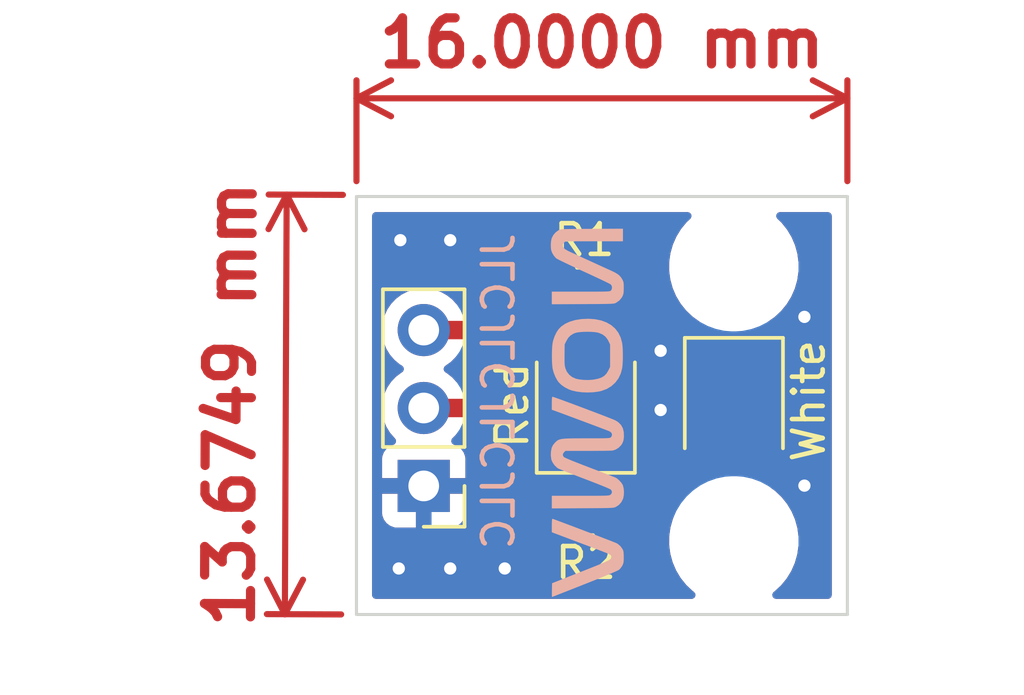
<source format=kicad_pcb>
(kicad_pcb (version 20221018) (generator pcbnew)
  (title_block (title "Amon led board") (date "2022-06-08") (rev "2") (company "Tinta T") (comment 1 "0603 - Resistor") (comment 2 "2835 - Led (White, Red)"))
  (layers (0 "F.Cu" signal) (31 "B.Cu" signal) (34 "B.Paste" user) (35 "F.Paste" user) (36 "B.SilkS" user "B.Silkscreen") (37 "F.SilkS" user "F.Silkscreen") (38 "B.Mask" user) (39 "F.Mask" user) (44 "Edge.Cuts" user))
  (net 0 "")
  (net 1 "Net-(D1-Pad2)")
  (net 2 "Net-(D2-Pad2)")
  (net 3 "Net-(J1-Pad2)")
  (net 4 "Net-(J1-Pad3)")
  (net 5 "GND")
  (footprint "LED_SMD:LED_PLCC_2835" (layer "F.Cu") (at 149.3012 94.1832 -90)
    (fp_text reference "White" (at -0.149 -2.4384 90) (layer "F.SilkS"))
    (fp_text value "WHITE")
    (fp_line (start -2.2 -1.6) (end -2.2 1.6) (stroke (width 0.12)) (layer "F.SilkS"))
    (fp_line (start 1.4 -1.6) (end -2.2 -1.6) (stroke (width 0.12)) (layer "F.SilkS"))
    (fp_line (start 1.4 1.6) (end -2.2 1.6) (stroke (width 0.12)) (layer "F.SilkS"))
    (pad "1" smd rect (at -0.9 0 270) (size 2.2 2.2) (layers "F.Cu" "F.Paste" "F.Mask") (net 5 "GND"))
    (pad "2" smd rect (at 1.375 0 270) (size 1.25 2.2) (layers "F.Cu" "F.Paste" "F.Mask") (net 2 "Net-(D2-Pad2)"))
  )
  (footprint "LED_SMD:LED_PLCC_2835" (layer "F.Cu") (at 144.4752 94.1832 90)
    (fp_text reference "Red" (at 0 -2.4 90) (layer "F.SilkS"))
    (fp_text value "RED")
    (fp_line (start -2.2 -1.6) (end -2.2 1.6) (stroke (width 0.12)) (layer "F.SilkS"))
    (fp_line (start 1.4 -1.6) (end -2.2 -1.6) (stroke (width 0.12)) (layer "F.SilkS"))
    (fp_line (start 1.4 1.6) (end -2.2 1.6) (stroke (width 0.12)) (layer "F.SilkS"))
    (pad "1" smd rect (at -0.9 0 90) (size 2.2 2.2) (layers "F.Cu" "F.Paste" "F.Mask") (net 5 "GND"))
    (pad "2" smd rect (at 1.375 0 90) (size 1.25 2.2) (layers "F.Cu" "F.Paste" "F.Mask") (net 1 "Net-(D1-Pad2)"))
  )
  (footprint "Resistor_SMD:R_0603_1608Metric" (layer "F.Cu") (at 144.4752 97.8916)
    (fp_text reference "R2" (at 0 1.4224) (layer "F.SilkS"))
    (fp_text value "40 Ohm")
    (fp_line (start -0.237258 -0.5225) (end 0.237258 -0.5225) (stroke (width 0.12)) (layer "F.SilkS"))
    (fp_line (start -0.237258 0.5225) (end 0.237258 0.5225) (stroke (width 0.12)) (layer "F.SilkS"))
    (pad "1" smd roundrect (at -0.825 0) (size 0.8 0.95) (layers "F.Cu" "F.Paste" "F.Mask") (net 3 "Net-(J1-Pad2)"))
    (pad "2" smd roundrect (at 0.825 0) (size 0.8 0.95) (layers "F.Cu" "F.Paste" "F.Mask") (net 2 "Net-(D2-Pad2)"))
  )
  (footprint "Connector_PinHeader_2.54mm:PinHeader_1x03_P2.54mm_Vertical" (layer "F.Cu") (at 139.192 96.8098 180)
    (fp_text reference "J1" hide)
    (fp_text value "3_Pin_Male")
    (fp_line (start -1.33 -1.33) (end 0 -1.33) (stroke (width 0.12)) (layer "F.SilkS"))
    (fp_line (start -1.33 0) (end -1.33 -1.33) (stroke (width 0.12)) (layer "F.SilkS"))
    (fp_line (start -1.33 1.27) (end -1.33 6.41) (stroke (width 0.12)) (layer "F.SilkS"))
    (fp_line (start -1.33 1.27) (end 1.33 1.27) (stroke (width 0.12)) (layer "F.SilkS"))
    (fp_line (start -1.33 6.41) (end 1.33 6.41) (stroke (width 0.12)) (layer "F.SilkS"))
    (fp_line (start 1.33 1.27) (end 1.33 6.41) (stroke (width 0.12)) (layer "F.SilkS"))
    (pad "1" thru_hole rect (at 0 0 180) (size 1.7 1.7) (drill 1) (layers "*.Cu" "*.Mask") (net 5 "GND"))
    (pad "2" thru_hole oval (at 0 2.54 180) (size 1.7 1.7) (drill 1) (layers "*.Cu" "*.Mask") (net 3 "Net-(J1-Pad2)"))
    (pad "3" thru_hole oval (at 0 5.08 180) (size 1.7 1.7) (drill 1) (layers "*.Cu" "*.Mask") (net 4 "Net-(J1-Pad3)"))
  )
  (footprint "Resistor_SMD:R_0603_1608Metric" (layer "F.Cu") (at 144.4244 90.2208)
    (fp_text reference "R1" (at 0 -1.43) (layer "F.SilkS"))
    (fp_text value "40 Ohm")
    (fp_line (start -0.237258 -0.5225) (end 0.237258 -0.5225) (stroke (width 0.12)) (layer "F.SilkS"))
    (fp_line (start -0.237258 0.5225) (end 0.237258 0.5225) (stroke (width 0.12)) (layer "F.SilkS"))
    (pad "1" smd roundrect (at -0.825 0) (size 0.8 0.95) (layers "F.Cu" "F.Paste" "F.Mask") (net 4 "Net-(J1-Pad3)"))
    (pad "2" smd roundrect (at 0.825 0) (size 0.8 0.95) (layers "F.Cu" "F.Paste" "F.Mask") (net 1 "Net-(D1-Pad2)"))
  )
  (footprint "MountingHole:MountingHole_3.2mm_M3" (layer "F.Cu") (at 149.3 98.6028)
    (fp_text reference "REF**" hide)
    (fp_text value "MountingHole_3.2mm_M3")
    (pad "" np_thru_hole circle (at 0 0) (size 3.2 3.2) (drill 3.2) (layers "*.Cu" "*.Mask"))
  )
  (footprint "MountingHole:MountingHole_3.2mm_M3" (layer "F.Cu") (at 149.3 89.662)
    (fp_text reference "REF**" hide)
    (fp_text value "MountingHole_3.2mm_M3")
    (pad "" np_thru_hole circle (at 0 0) (size 3.2 3.2) (drill 3.2) (layers "*.Cu" "*.Mask"))
  )
  (footprint "Amon_logos:Amon_logo_mini" (layer "B.Cu") (at 144.526 94.4372 90)
    (fp_text reference "G***" hide)
    (fp_text value "LOGO" hide)
    (fp_poly (pts (xy -4.600561 1.184293) (xy -4.535847 1.179633) (xy -4.488096 1.170344) (xy -4.447975 1.155039) (xy -4.432514 1.147212) (xy -4.334389 1.077009) (xy -4.258101 0.985764) (xy -4.239445 0.952842) (xy -4.227659 0.925473) (xy -4.205002 0.869143) (xy -4.172801 0.787338) (xy -4.132384 0.683546) (xy -4.085078 0.561253) (xy -4.032211 0.423945) (xy -3.975108 0.27511) (xy -3.915099 0.118235) (xy -3.853509 -0.043195) (xy -3.791666 -0.205691) (xy -3.730898 -0.365768) (xy -3.672531 -0.519938) (xy -3.617893 -0.664716) (xy -3.568311 -0.796613) (xy -3.525113 -0.912143) (xy -3.489624 -1.00782) (xy -3.463174 -1.080157) (xy -3.447088 -1.125667) (xy -3.442556 -1.140666) (xy -3.46005 -1.149392) (xy -3.511333 -1.155492) (xy -3.594604 -1.158813) (xy -3.662783 -1.15941) (xy -3.88301 -1.15941) (xy -4.21777 -0.272015) (xy -4.297425 -0.060798) (xy -4.365463 0.11954) (xy -4.422941 0.271466) (xy -4.470914 0.397448) (xy -4.510439 0.499956) (xy -4.54257 0.581456) (xy -4.568364 0.644418) (xy -4.588877 0.691308) (xy -4.605163 0.724596) (xy -4.61828 0.746749) (xy -4.629282 0.760235) (xy -4.639225 0.767523) (xy -4.649166 0.77108) (xy -4.660159 0.773376) (xy -4.665456 0.774585) (xy -4.687647 0.779402) (xy -4.707797 0.780406) (xy -4.72713 0.775214) (xy -4.746869 0.761446) (xy -4.768238 0.736716) (xy -4.792463 0.698643) (xy -4.820766 0.644845) (xy -4.854371 0.572937) (xy -4.894504 0.480538) (xy -4.942387 0.365265) (xy -4.999245 0.224735) (xy -5.066301 0.056566) (xy -5.14478 -0.141626) (xy -5.1737 -0.214801) (xy -5.543439 -1.150491) (xy -5.768349 -1.155484) (xy -5.853194 -1.156854) (xy -5.923394 -1.157011) (xy -5.972228 -1.156012) (xy -5.992975 -1.153914) (xy -5.993258 -1.153572) (xy -5.986867 -1.13623) (xy -5.968428 -1.088529) (xy -5.939044 -1.013269) (xy -5.899817 -0.913253) (xy -5.851849 -0.791282) (xy -5.796242 -0.65016) (xy -5.734099 -0.492687) (xy -5.666523 -0.321666) (xy -5.594614 -0.139899) (xy -5.573956 -0.087717) (xy -5.477708 0.154279) (xy -5.391458 0.368903) (xy -5.315566 0.555296) (xy -5.250391 0.712599) (xy -5.196295 0.839953) (xy -5.153636 0.936497) (xy -5.122776 1.001374) (xy -5.104074 1.033724) (xy -5.10383 1.034028) (xy -5.056699 1.07999) (xy -4.995367 1.124675) (xy -4.966142 1.141493) (xy -4.92192 1.162139) (xy -4.879588 1.175259) (xy -4.829127 1.182467) (xy -4.760516 1.185377) (xy -4.691569 1.185711)) (fill solid) (layer "B.SilkS"))
    (fp_poly (pts (xy 1.94253 1.157037) (xy 2.076421 1.153091) (xy 2.195101 1.145203) (xy 2.288266 1.133405) (xy 2.465228 1.085542) (xy 2.621253 1.009531) (xy 2.755604 0.906628) (xy 2.867544 0.778089) (xy 2.956334 0.62517) (xy 3.021236 0.449128) (xy 3.061515 0.251218) (xy 3.07643 0.032697) (xy 3.06651 -0.192066) (xy 3.036108 -0.389563) (xy 2.984475 -0.567861) (xy 2.913102 -0.723564) (xy 2.823481 -0.853274) (xy 2.73994 -0.935804) (xy 2.632716 -1.007876) (xy 2.50313 -1.070015) (xy 2.364247 -1.116508) (xy 2.288266 -1.133404) (xy 2.200163 -1.14447) (xy 2.086421 -1.151983) (xy 1.956739 -1.155951) (xy 1.820816 -1.156383) (xy 1.688353 -1.153284) (xy 1.569049 -1.146663) (xy 1.472604 -1.136527) (xy 1.449328 -1.132756) (xy 1.319824 -1.098966) (xy 1.188934 -1.046737) (xy 1.070557 -0.982244) (xy 1.005846 -0.935804) (xy 0.919691 -0.847958) (xy 0.840429 -0.734512) (xy 0.774402 -0.605534) (xy 0.740411 -0.514443) (xy 0.703289 -0.359762) (xy 0.680651 -0.183652) (xy 0.672708 0.00262) (xy 0.673361 0.019986) (xy 1.079678 0.019986) (xy 1.083626 -0.12306) (xy 1.09845 -0.259822) (xy 1.122939 -0.375194) (xy 1.174008 -0.492037) (xy 1.252172 -0.591781) (xy 1.351668 -0.668433) (xy 1.444803 -0.70975) (xy 1.487719 -0.722424) (xy 1.528154 -0.731721) (xy 1.572445 -0.738087) (xy 1.626925 -0.74197) (xy 1.697929 -0.743819) (xy 1.791791 -0.744079) (xy 1.914847 -0.7432) (xy 1.91794 -0.743171) (xy 2.239462 -0.74016) (xy 2.357383 -0.682108) (xy 2.455141 -0.623407) (xy 2.528536 -0.552145) (xy 2.58597 -0.45908) (xy 2.610441 -0.403688) (xy 2.62783 -0.338504) (xy 2.640522 -0.246642) (xy 2.648455 -0.136792) (xy 2.651566 -0.017649) (xy 2.649795 0.102097) (xy 2.643078 0.213752) (xy 2.631353 0.308623) (xy 2.615999 0.37388) (xy 2.563925 0.493254) (xy 2.495124 0.5853) (xy 2.404094 0.65655) (xy 2.355893 0.682842) (xy 2.239303 0.740239) (xy 1.506483 0.740239) (xy 1.388483 0.682148) (xy 1.292795 0.624253) (xy 1.218307 0.552899) (xy 1.162253 0.463241) (xy 1.121867 0.350434) (xy 1.094382 0.209635) (xy 1.087553 0.155135) (xy 1.079678 0.019986) (xy 0.673361 0.019986) (xy 0.679672 0.187788) (xy 0.701754 0.360585) (xy 0.722233 0.453201) (xy 0.785542 0.626984) (xy 0.876542 0.779642) (xy 0.99289 0.909006) (xy 1.132241 1.012908) (xy 1.29225 1.089177) (xy 1.45752 1.133405) (xy 1.550923 1.145225) (xy 1.669647 1.153104) (xy 1.803561 1.157041)) (fill solid) (layer "B.SilkS"))
    (fp_poly (pts (xy 4.171125 1.185353) (xy 4.232009 1.181838) (xy 4.277457 1.173693) (xy 4.317582 1.159032) (xy 4.362497 1.135971) (xy 4.366937 1.133521) (xy 4.431115 1.092709) (xy 4.485476 1.044344) (xy 4.53472 0.982219) (xy 4.583547 0.900127) (xy 4.636657 0.791859) (xy 4.653206 0.755402) (xy 4.686526 0.681482) (xy 4.731075 0.583268) (xy 4.78454 0.465812) (xy 4.844606 0.334164) (xy 4.908959 0.193375) (xy 4.975284 0.048496) (xy 5.041267 -0.095423) (xy 5.104594 -0.23333) (xy 5.162951 -0.360175) (xy 5.214022 -0.470906) (xy 5.255494 -0.560474) (xy 5.285052 -0.623826) (xy 5.29008 -0.634495) (xy 5.342582 -0.725043) (xy 5.39793 -0.781869) (xy 5.455026 -0.804462) (xy 5.512774 -0.79231) (xy 5.557061 -0.758886) (xy 5.600843 -0.715104) (xy 5.600843 1.15941) (xy 6.012221 1.15941) (xy 6.007199 0.147156) (xy 6.006105 -0.068343) (xy 6.005053 -0.251102) (xy 6.003926 -0.404054) (xy 6.002604 -0.53013) (xy 6.00097 -0.632265) (xy 5.998903 -0.713392) (xy 5.996287 -0.776443) (xy 5.993002 -0.824352) (xy 5.988929 -0.860052) (xy 5.983951 -0.886476) (xy 5.977948 -0.906556) (xy 5.970802 -0.923227) (xy 5.963335 -0.937663) (xy 5.895726 -1.031753) (xy 5.80638 -1.109273) (xy 5.705823 -1.16145) (xy 5.687853 -1.167322) (xy 5.600835 -1.184406) (xy 5.496436 -1.192207) (xy 5.391763 -1.190252) (xy 5.303923 -1.178065) (xy 5.303534 -1.177973) (xy 5.22045 -1.146494) (xy 5.135146 -1.095323) (xy 5.063197 -1.034495) (xy 5.040967 -1.008821) (xy 5.024252 -0.980498) (xy 4.994442 -0.923021) (xy 4.953144 -0.839743) (xy 4.901962 -0.734016) (xy 4.842502 -0.60919) (xy 4.77637 -0.468619) (xy 4.705169 -0.315653) (xy 4.630506 -0.153644) (xy 4.61126 -0.111624) (xy 4.536456 0.051185) (xy 4.465136 0.205041) (xy 4.398843 0.346709) (xy 4.33912 0.472956) (xy 4.28751 0.580546) (xy 4.245556 0.666247) (xy 4.2148 0.726823) (xy 4.196785 0.75904) (xy 4.194237 0.762535) (xy 4.14438 0.794658) (xy 4.082306 0.802818) (xy 4.022517 0.78669) (xy 3.995506 0.766995) (xy 3.987667 0.758211) (xy 3.981069 0.746892) (xy 3.975605 0.730101) (xy 3.971169 0.704898) (xy 3.967652 0.668349) (xy 3.964949 0.617514) (xy 3.962953 0.549458) (xy 3.961556 0.461242) (xy 3.960653 0.34993) (xy 3.960136 0.212584) (xy 3.959898 0.046267) (xy 3.959833 -0.151959) (xy 3.959831 -0.214045) (xy 3.959831 -1.15941) (xy 3.548453 -1.15941) (xy 3.553475 -0.147156) (xy 3.554572 0.068391) (xy 3.555631 0.251194) (xy 3.556768 0.404186) (xy 3.558101 0.530298) (xy 3.559747 0.632461) (xy 3.561824 0.713606) (xy 3.564448 0.776664) (xy 3.567738 0.824567) (xy 3.571809 0.860246) (xy 3.576781 0.886631) (xy 3.582769 0.906655) (xy 3.589891 0.923248) (xy 3.596837 0.936681) (xy 3.672626 1.044081) (xy 3.77056 1.123801) (xy 3.817135 1.148653) (xy 3.862882 1.166763) (xy 3.912772 1.178118) (xy 3.976662 1.184097) (xy 4.064409 1.186082) (xy 4.084691 1.186122)) (fill solid) (layer "B.SilkS"))
    (fp_poly (pts (xy -2.450766 1.182837) (xy -2.357581 1.159328) (xy -2.326522 1.14582) (xy -2.261594 1.102099) (xy -2.193053 1.039976) (xy -2.133998 0.972314) (xy -2.105375 0.928648) (xy -2.095146 0.904839) (xy -2.073575 0.85107) (xy -2.041979 0.770732) (xy -2.001674 0.667218) (xy -1.953974 0.543921) (xy -1.900197 0.404232) (xy -1.841658 0.251544) (xy -1.779673 0.089249) (xy -1.774375 0.075349) (xy -1.689374 -0.146237) (xy -1.616072 -0.334207) (xy -1.554439 -0.488636) (xy -1.504444 -0.609596) (xy -1.466056 -0.697164) (xy -1.439245 -0.751412) (xy -1.425449 -0.771453) (xy -1.371706 -0.79938) (xy -1.319434 -0.792243) (xy -1.27454 -0.758886) (xy -1.230758 -0.715104) (xy -1.230562 0.021486) (xy -1.230255 0.182856) (xy -1.229459 0.335276) (xy -1.228234 0.474563) (xy -1.226638 0.596536) (xy -1.224731 0.697013) (xy -1.222571 0.771812) (xy -1.220217 0.816752) (xy -1.219257 0.825288) (xy -1.186457 0.925844) (xy -1.126221 1.020892) (xy -1.046377 1.09952) (xy -1.000914 1.129624) (xy -0.936711 1.161063) (xy -0.873778 1.179601) (xy -0.796115 1.189471) (xy -0.767516 1.191377) (xy -0.618072 1.187308) (xy -0.490717 1.155817) (xy -0.383631 1.095956) (xy -0.294991 1.006779) (xy -0.237089 0.915506) (xy -0.222434 0.882983) (xy -0.197296 0.821849) (xy -0.163017 0.735675) (xy -0.120943 0.628033) (xy -0.072416 0.502494) (xy -0.018779 0.362629) (xy 0.038624 0.21201) (xy 0.098449 0.054208) (xy 0.159354 -0.107206) (xy 0.219995 -0.268661) (xy 0.279028 -0.426584) (xy 0.33511 -0.577406) (xy 0.386898 -0.717554) (xy 0.433048 -0.843457) (xy 0.472217 -0.951544) (xy 0.503061 -1.038244) (xy 0.524238 -1.099985) (xy 0.534403 -1.133195) (xy 0.535112 -1.137319) (xy 0.524739 -1.147378) (xy 0.491013 -1.154139) (xy 0.430021 -1.158008) (xy 0.337852 -1.159391) (xy 0.322812 -1.15941) (xy 0.110512 -1.15941) (xy 0.092802 -1.110358) (xy 0.060999 -1.022901) (xy 0.021195 -0.914446) (xy -0.025217 -0.788705) (xy -0.076848 -0.649388) (xy -0.132307 -0.500209) (xy -0.190203 -0.344879) (xy -0.249144 -0.18711) (xy -0.307741 -0.030613) (xy -0.364601 0.120898) (xy -0.418335 0.263713) (xy -0.467552 0.39412) (xy -0.510859 0.508406) (xy -0.546868 0.602859) (xy -0.574186 0.673769) (xy -0.591423 0.717422) (xy -0.596633 0.729562) (xy -0.638808 0.781048) (xy -0.691926 0.802835) (xy -0.747965 0.793326) (xy -0.784832 0.766995) (xy -0.793523 0.757174) (xy -0.800676 0.744523) (xy -0.806439 0.725722) (xy -0.810963 0.697455) (xy -0.814398 0.656401) (xy -0.816892 0.599244) (xy -0.818596 0.522666) (xy -0.81966 0.423347) (xy -0.820233 0.297971) (xy -0.820465 0.143218) (xy -0.820506 -0.023518) (xy -0.82063 -0.224938) (xy -0.82131 -0.394069) (xy -0.823007 -0.534295) (xy -0.826179 -0.649) (xy -0.831287 -0.74157) (xy -0.838792 -0.815388) (xy -0.849153 -0.87384) (xy -0.862831 -0.92031) (xy -0.880286 -0.958182) (xy -0.901977 -0.990841) (xy -0.928366 -1.021671) (xy -0.959912 -1.054058) (xy -0.960722 -1.054868) (xy -1.037694 -1.119391) (xy -1.118978 -1.159459) (xy -1.140351 -1.16635) (xy -1.255479 -1.188254) (xy -1.380362 -1.191918) (xy -1.49787 -1.177282) (xy -1.534535 -1.167687) (xy -1.618077 -1.12868) (xy -1.702167 -1.067282) (xy -1.773563 -0.994002) (xy -1.799759 -0.957173) (xy -1.813264 -0.929028) (xy -1.837971 -0.871006) (xy -1.872489 -0.786611) (xy -1.915429 -0.679344) (xy -1.965398 -0.552707) (xy -2.021008 -0.410202) (xy -2.080868 -0.255331) (xy -2.143588 -0.091596) (xy -2.148389 -0.079004) (xy -2.233554 0.143023) (xy -2.307017 0.331443) (xy -2.368812 0.486339) (xy -2.418972 0.607792) (xy -2.457532 0.695886) (xy -2.484524 0.750701) (xy -2.498709 0.771454) (xy -2.555447 0.799614) (xy -2.61061 0.793106) (xy -2.65643 0.755671) (xy -2.664596 0.744495) (xy -2.671462 0.731487) (xy -2.67714 0.713654) (xy -2.681743 0.688003) (xy -2.685383 0.651543) (xy -2.688175 0.601281) (xy -2.690229 0.534226) (xy -2.69166 0.447386) (xy -2.692579 0.337768) (xy -2.6931 0.20238) (xy -2.693335 0.03823) (xy -2.693397 -0.157674) (xy -2.693399 -0.225369) (xy -2.693399 -1.15941) (xy -3.10531 -1.15941) (xy -3.100022 -0.156074) (xy -3.098853 0.05868) (xy -3.097715 0.240734) (xy -3.096491 0.393059) (xy -3.095065 0.518628) (xy -3.09332 0.620414) (xy -3.091139 0.701389) (xy -3.088405 0.764527) (xy -3.085001 0.8128) (xy -3.080811 0.84918) (xy -3.075718 0.876641) (xy -3.069605 0.898154) (xy -3.062356 0.916694) (xy -3.057458 0.927528) (xy -2.992833 1.026382) (xy -2.902604 1.106906) (xy -2.794979 1.162151) (xy -2.77146 1.169738) (xy -2.670469 1.188728) (xy -2.559317 1.192866)) (fill solid) (layer "B.SilkS"))
  )
  (gr_line (start 137 87.376) (end 153 87.376) (stroke (width 0.1)) (layer "Edge.Cuts"))
  (gr_line (start 153 87.376) (end 153 101) (stroke (width 0.1)) (layer "Edge.Cuts"))
  (gr_line (start 137 101) (end 137 87.376) (stroke (width 0.1)) (layer "Edge.Cuts"))
  (gr_line (start 153 101) (end 137 101) (stroke (width 0.1)) (layer "Edge.Cuts"))
  (gr_text "JLCJLCJLCJLC" (at 141.6304 93.726 -270) (layer "B.SilkS") (effects (font (size 1 1)) (justify mirror)))
  (dimension (type aligned) (layer "F.Cu") (pts (xy 137.0584 87.3252) (xy 137 101)) (height 2.333558) (gr_text "13,6749 mm" (at 132.895679 94.144947 89.75531246) (layer "F.Cu") (effects (font (size 1.5 1.5) (thickness 0.3)))) (format (prefix "") (suffix "") (units 3) (units_format 1) (precision 4)) (style (thickness 0.2) (arrow_length 1.27) (text_position_mode 0) (extension_height 0.58642) (extension_offset 0.5) keep_text_aligned))
  (dimension (type aligned) (layer "F.Cu") (pts (xy 137 87.376) (xy 153 87.376)) (height -3.2004) (gr_text "16,0000 mm" (at 145 82.3756) (layer "F.Cu") (effects (font (size 1.5 1.5) (thickness 0.3)))) (format (prefix "") (suffix "") (units 3) (units_format 1) (precision 4)) (style (thickness 0.2) (arrow_length 1.27) (text_position_mode 0) (extension_height 0.58642) (extension_offset 0.5) keep_text_aligned))
  (segment (start 145.2494 90.2208) (end 145.3388 90.3102) (width 0.254) (layer "F.Cu") (net 1))
  (segment (start 145.2494 91.4278) (end 145.2494 90.2208) (width 0.6) (layer "F.Cu") (net 1))
  (segment (start 144.4752 92.202) (end 145.2494 91.4278) (width 0.6) (layer "F.Cu") (net 1))
  (segment (start 144.4752 92.8082) (end 144.4752 92.202) (width 0.6) (layer "F.Cu") (net 1))
  (segment (start 148.1294 95.5582) (end 145.796 97.8916) (width 0.6) (layer "F.Cu") (net 2))
  (segment (start 149.3012 95.5582) (end 148.1294 95.5582) (width 0.6) (layer "F.Cu") (net 2))
  (segment (start 145.796 97.8916) (end 145.3002 97.8916) (width 0.6) (layer "F.Cu") (net 2))
  (segment (start 145.3388 97.8916) (end 145.3002 97.8916) (width 0.254) (layer "F.Cu") (net 2))
  (segment (start 139.192 94.2698) (end 140.8026 94.2698) (width 0.6) (layer "F.Cu") (net 3))
  (segment (start 142.5956 97.8916) (end 143.6502 97.8916) (width 0.6) (layer "F.Cu") (net 3))
  (segment (start 141.7828 97.0788) (end 142.5956 97.8916) (width 0.6) (layer "F.Cu") (net 3))
  (segment (start 141.7828 95.25) (end 141.7828 97.0788) (width 0.6) (layer "F.Cu") (net 3))
  (segment (start 140.8026 94.2698) (end 141.7828 95.25) (width 0.6) (layer "F.Cu") (net 3))
  (segment (start 143.5994 90.2208) (end 142.4432 90.2208) (width 0.6) (layer "F.Cu") (net 4))
  (segment (start 142.4432 90.2208) (end 140.9342 91.7298) (width 0.6) (layer "F.Cu") (net 4))
  (segment (start 140.9342 91.7298) (end 139.192 91.7298) (width 0.6) (layer "F.Cu") (net 4))
  (via (at 138.3792 99.5) (size 0.7) (drill 0.4) (layers "F.Cu" "B.Cu") (net 5))
  (via (at 140.0556 99.5) (size 0.7) (drill 0.4) (layers "F.Cu" "B.Cu") (net 5))
  (via (at 138.43 88.8) (size 0.7) (drill 0.4) (layers "F.Cu" "B.Cu") (net 5))
  (via (at 141.8336 99.5) (size 0.7) (drill 0.4) (layers "F.Cu" "B.Cu") (net 5))
  (via (at 151.6 91.3) (size 0.7) (drill 0.4) (layers "F.Cu" "B.Cu") (net 5))
  (via (at 140.0556 88.8) (size 0.7) (drill 0.4) (layers "F.Cu" "B.Cu") (net 5))
  (via (at 151.6 96.8) (size 0.7) (drill 0.4) (layers "F.Cu" "B.Cu") (net 5))
  (via (at 146.9136 94.3356) (size 0.7) (drill 0.4) (layers "F.Cu" "B.Cu") (net 5))
  (via (at 146.9136 92.4052) (size 0.7) (drill 0.4) (layers "F.Cu" "B.Cu") (net 5))
  (zone (net 5) (net_name "GND") (layer "F.Cu") (connect_pads (clearance 0.508)) (min_thickness 0.254) (fill yes (thermal_gap 0.508) (thermal_bridge_width 0.508))
    (polygon (pts (xy 153.3144 86.9188) (xy 153.2636 101.3968) (xy 136.7028 101.346) (xy 136.7028 86.9696)))
  )
  (zone (net 5) (net_name "GND") (layer "B.Cu") (connect_pads (clearance 0.508)) (min_thickness 0.254) (fill yes (thermal_gap 0.508) (thermal_bridge_width 0.508))
    (polygon (pts (xy 153.416 86.9188) (xy 153.3652 101.5492) (xy 136.6012 101.4476) (xy 136.652 86.868) (xy 136.7028 86.868)))
  )
)
</source>
